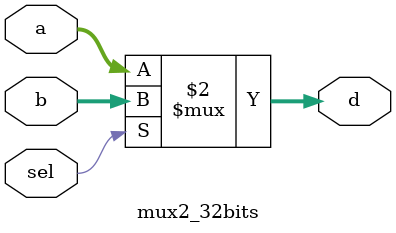
<source format=v>
module mux2_32bits(a,b,sel,d);//mux2-32bits

	input [31:0] a,b;//32-bits inputs
	input sel;//selection
	output [31:0] d;//32-bits output
	
	assign d = (sel==0)? a : b;//conditional operation
	
	endmodule//endmodule
	
	
</source>
